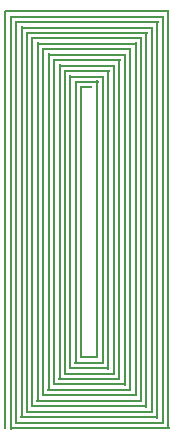
<source format=gtp>
G04 ---------------------------- Layer name :TOP PASTER LAYER*
G04 EasyEDA v5.3.2, Thu, 15 Mar 2018 12:19:24 GMT*
G04 Gerber Generator version 0.2*
G04 Scale: 100 percent, Rotated: No, Reflected: No *
G04 Dimensions in millimeters *
G04 leading zeros omitted , absolute positions ,3 integer and 3 decimal *
%FSLAX33Y33*%
%MOMM*%
G90*
G71D02*

%ADD12R,0.228600X35.499929*%
%ADD13R,13.999972X0.228600*%
%ADD14R,13.539978X0.228600*%
%ADD15R,0.228600X35.039808*%
%ADD16R,13.079974X0.228600*%
%ADD17R,0.228600X34.579931*%
%ADD18R,12.619975X0.228600*%
%ADD19R,0.228600X34.119820*%
%ADD20R,12.159976X0.228600*%
%ADD21R,0.228600X33.659826*%
%ADD22R,11.700002X0.228600*%
%ADD23R,0.228600X33.199934*%
%ADD24R,11.239978X0.228600*%
%ADD25R,0.228600X32.739935*%
%ADD26R,10.780014X0.228600*%
%ADD27R,0.228600X32.279935*%
%ADD28R,10.319979X0.228600*%
%ADD29R,0.228600X31.819936*%
%ADD30R,9.860026X0.228600*%
%ADD31R,0.228600X31.359856*%
%ADD32R,9.399981X0.228600*%
%ADD33R,0.228600X30.899862*%
%ADD34R,8.939982X0.228600*%
%ADD35R,0.228600X30.439939*%
%ADD36R,8.479983X0.228600*%
%ADD37R,0.228600X29.979940*%
%ADD38R,8.019984X0.228600*%
%ADD39R,0.228600X29.519880*%
%ADD40R,7.560056X0.228600*%
%ADD41R,0.228600X29.059886*%
%ADD42R,7.100062X0.228600*%
%ADD43R,0.228600X28.599943*%
%ADD44R,6.640068X0.228600*%
%ADD45R,0.228600X28.139898*%
%ADD46R,6.180074X0.228600*%
%ADD47R,0.228600X27.679945*%
%ADD48R,5.719989X0.228600*%
%ADD49R,0.228600X27.219946*%
%ADD50R,5.259989X0.228600*%
%ADD51R,0.228600X26.759946*%
%ADD52R,4.800092X0.228600*%
%ADD53R,0.228600X26.299947*%
%ADD54R,4.340098X0.228600*%
%ADD55R,0.228600X25.839948*%
%ADD56R,3.880104X0.228600*%
%ADD57R,0.228600X25.379949*%
%ADD58R,3.419993X0.228600*%
%ADD59R,0.228600X24.919950*%
%ADD60R,2.960116X0.228600*%
%ADD61R,0.228600X24.459951*%
%ADD62R,2.499995X0.228600*%
%ADD63R,0.228600X23.999952*%
%ADD64R,2.039996X0.228600*%
%ADD65R,0.228600X23.539958*%
%ADD66R,1.579997X0.228600*%
%ADD67R,0.228600X23.079964*%
%ADD68R,1.119998X0.228600*%

%LPD*%
G54D12*
G01X605Y25273D03*
G54D13*
G01X7491Y42909D03*
G54D12*
G01X14377Y25272D03*
G54D14*
G01X7721Y7625D03*
G54D15*
G01X1067Y25030D03*
G54D16*
G01X7491Y42439D03*
G54D17*
G01X13917Y25266D03*
G54D18*
G01X7721Y8091D03*
G54D19*
G01X1525Y25036D03*
G54D20*
G01X7489Y41986D03*
G54D21*
G01X13454Y25272D03*
G54D22*
G01X7716Y8559D03*
G54D23*
G01X1980Y25046D03*
G54D24*
G01X7482Y41531D03*
G54D25*
G01X12986Y25275D03*
G54D26*
G01X7712Y9024D03*
G54D27*
G01X2437Y25048D03*
G54D28*
G01X7485Y41075D03*
G54D29*
G01X12530Y25279D03*
G54D30*
G01X7706Y9483D03*
G54D31*
G01X2890Y25050D03*
G54D32*
G01X7488Y40624D03*
G54D33*
G01X12071Y25286D03*
G54D34*
G01X7715Y9954D03*
G54D35*
G01X3360Y25063D03*
G54D36*
G01X7487Y40168D03*
G54D37*
G01X11613Y25292D03*
G54D38*
G01X7713Y10414D03*
G54D39*
G01X3817Y25061D03*
G54D40*
G01X7483Y39705D03*
G54D41*
G01X11149Y25289D03*
G54D42*
G01X7714Y10872D03*
G54D43*
G01X4277Y25061D03*
G54D44*
G01X7482Y39245D03*
G54D45*
G01X10686Y25285D03*
G54D46*
G01X7709Y11329D03*
G54D47*
G01X4735Y25055D03*
G54D48*
G01X7479Y38780D03*
G54D49*
G01X10227Y25282D03*
G54D50*
G01X7710Y11787D03*
G54D51*
G01X5194Y25054D03*
G54D52*
G01X7478Y38319D03*
G54D53*
G01X9764Y25282D03*
G54D54*
G01X7708Y12247D03*
G54D55*
G01X5650Y25052D03*
G54D56*
G01X7478Y37858D03*
G54D57*
G01X9303Y25282D03*
G54D58*
G01X7706Y12701D03*
G54D59*
G01X6109Y25047D03*
G54D60*
G01X7472Y37393D03*
G54D61*
G01X8837Y25276D03*
G54D62*
G01X7700Y13161D03*
G54D63*
G01X6564Y25045D03*
G54D64*
G01X7468Y36949D03*
G54D65*
G01X8372Y25292D03*
G54D66*
G01X7685Y13634D03*
G54D67*
G01X7009Y25057D03*
G54D68*
G01X7450Y36482D03*
M00*
M02*

</source>
